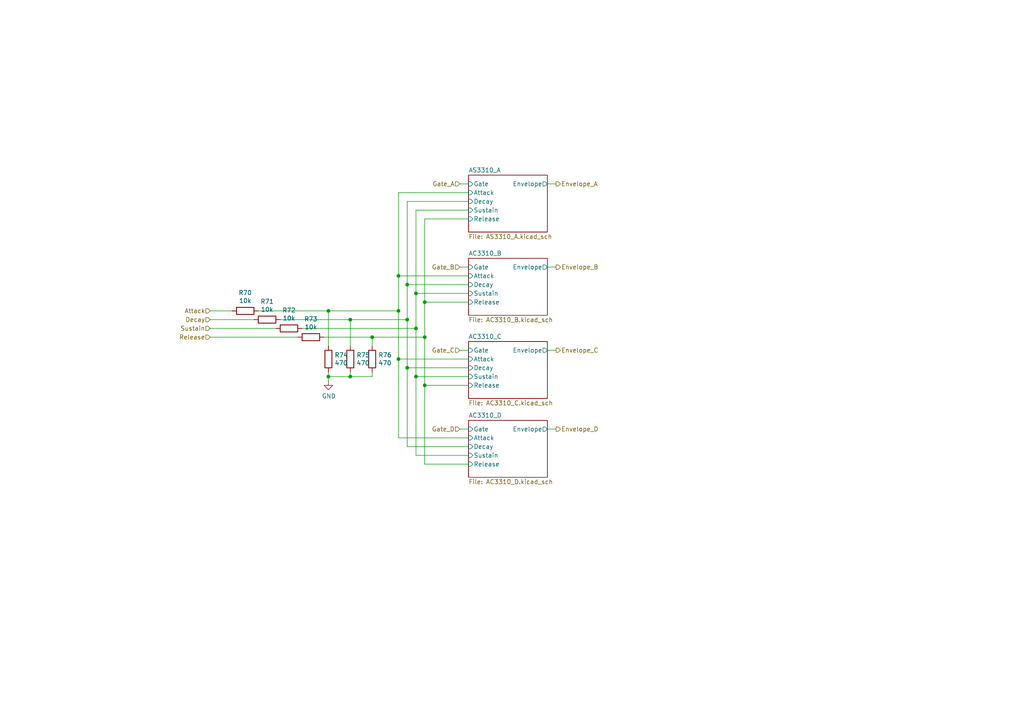
<source format=kicad_sch>
(kicad_sch (version 20211123) (generator eeschema)
  (paper "A4")
  (title_block (title "Polyphonic Envelope") (date "2022-01-02") (rev "1.0"))
  (lib_symbols
    (symbol "Device:R" (pin_numbers hide) (pin_names (offset 0))
      (property "Reference" "R" (at 2.032 0 90))
      (property "Value" "R" (at 0 0 90))
      (symbol "R_0_1"
        (rectangle (start -1.016 -2.54) (end 1.016 2.54) (stroke (width 0.254)))
      )
      (symbol "R_1_1"
        (pin passive line (at 0 3.81 270) (length 1.27) (name "~") (number "1"))
        (pin passive line (at 0 -3.81 90) (length 1.27) (name "~") (number "2"))
      )
    )
    (symbol "power:GND" (power) (pin_names (offset 0))
      (property "Value" "GND" (at 0 -3.81 0))
      (symbol "GND_0_1"
        (polyline (pts (xy 0 0) (xy 0 -1.27) (xy 1.27 -1.27) (xy 0 -2.54) (xy -1.27 -1.27) (xy 0 -1.27)))
      )
      (symbol "GND_1_1"
        (pin power_in line (at 0 0 270) (length 0) hide (name "GND") (number "1"))
      )
    )
  )
  (junction (at 118.11 92.71))
  (junction (at 118.11 106.68))
  (junction (at 101.6 109.22))
  (junction (at 120.65 95.25))
  (junction (at 95.25 109.22))
  (junction (at 118.11 82.55))
  (junction (at 115.57 90.17))
  (junction (at 123.19 111.76))
  (junction (at 120.65 109.22))
  (junction (at 115.57 104.14))
  (junction (at 101.6 92.71))
  (junction (at 107.95 97.79))
  (junction (at 123.19 97.79))
  (junction (at 123.19 87.63))
  (junction (at 120.65 85.09))
  (junction (at 95.25 90.17))
  (junction (at 115.57 80.01))
  (wire (pts (xy 135.89 104.14) (xy 115.57 104.14)))
  (wire (pts (xy 118.11 58.42) (xy 118.11 82.55)))
  (wire (pts (xy 158.75 101.6) (xy 161.29 101.6)))
  (wire (pts (xy 115.57 90.17) (xy 115.57 104.14)))
  (wire (pts (xy 135.89 87.63) (xy 123.19 87.63)))
  (wire (pts (xy 95.25 109.22) (xy 101.6 109.22)))
  (wire (pts (xy 107.95 97.79) (xy 123.19 97.79)))
  (wire (pts (xy 133.35 101.6) (xy 135.89 101.6)))
  (wire (pts (xy 115.57 127) (xy 135.89 127)))
  (wire (pts (xy 95.25 100.33) (xy 95.25 90.17)))
  (wire (pts (xy 95.25 90.17) (xy 115.57 90.17)))
  (wire (pts (xy 120.65 85.09) (xy 120.65 95.25)))
  (wire (pts (xy 101.6 109.22) (xy 107.95 109.22)))
  (wire (pts (xy 135.89 85.09) (xy 120.65 85.09)))
  (wire (pts (xy 118.11 92.71) (xy 118.11 106.68)))
  (wire (pts (xy 60.96 92.71) (xy 73.66 92.71)))
  (wire (pts (xy 135.89 58.42) (xy 118.11 58.42)))
  (wire (pts (xy 135.89 55.88) (xy 115.57 55.88)))
  (wire (pts (xy 123.19 63.5) (xy 135.89 63.5)))
  (wire (pts (xy 95.25 107.95) (xy 95.25 109.22)))
  (wire (pts (xy 133.35 77.47) (xy 135.89 77.47)))
  (wire (pts (xy 135.89 111.76) (xy 123.19 111.76)))
  (wire (pts (xy 123.19 97.79) (xy 123.19 111.76)))
  (wire (pts (xy 107.95 100.33) (xy 107.95 97.79)))
  (wire (pts (xy 95.25 109.22) (xy 95.25 110.49)))
  (wire (pts (xy 60.96 97.79) (xy 86.36 97.79)))
  (wire (pts (xy 123.19 87.63) (xy 123.19 63.5)))
  (wire (pts (xy 120.65 109.22) (xy 120.65 132.08)))
  (wire (pts (xy 60.96 95.25) (xy 80.01 95.25)))
  (wire (pts (xy 115.57 104.14) (xy 115.57 127)))
  (wire (pts (xy 135.89 134.62) (xy 123.19 134.62)))
  (wire (pts (xy 118.11 82.55) (xy 118.11 92.71)))
  (wire (pts (xy 101.6 92.71) (xy 118.11 92.71)))
  (wire (pts (xy 120.65 95.25) (xy 120.65 109.22)))
  (wire (pts (xy 158.75 77.47) (xy 161.29 77.47)))
  (wire (pts (xy 74.93 90.17) (xy 95.25 90.17)))
  (wire (pts (xy 87.63 95.25) (xy 120.65 95.25)))
  (wire (pts (xy 81.28 92.71) (xy 101.6 92.71)))
  (wire (pts (xy 118.11 106.68) (xy 118.11 129.54)))
  (wire (pts (xy 118.11 129.54) (xy 135.89 129.54)))
  (wire (pts (xy 135.89 53.34) (xy 133.35 53.34)))
  (wire (pts (xy 93.98 97.79) (xy 107.95 97.79)))
  (wire (pts (xy 133.35 124.46) (xy 135.89 124.46)))
  (wire (pts (xy 135.89 106.68) (xy 118.11 106.68)))
  (wire (pts (xy 120.65 60.96) (xy 120.65 85.09)))
  (wire (pts (xy 60.96 90.17) (xy 67.31 90.17)))
  (wire (pts (xy 123.19 87.63) (xy 123.19 97.79)))
  (wire (pts (xy 135.89 109.22) (xy 120.65 109.22)))
  (wire (pts (xy 118.11 82.55) (xy 135.89 82.55)))
  (wire (pts (xy 115.57 80.01) (xy 115.57 90.17)))
  (wire (pts (xy 101.6 100.33) (xy 101.6 92.71)))
  (wire (pts (xy 158.75 124.46) (xy 161.29 124.46)))
  (wire (pts (xy 115.57 55.88) (xy 115.57 80.01)))
  (wire (pts (xy 120.65 132.08) (xy 135.89 132.08)))
  (wire (pts (xy 135.89 80.01) (xy 115.57 80.01)))
  (wire (pts (xy 158.75 53.34) (xy 161.29 53.34)))
  (wire (pts (xy 107.95 109.22) (xy 107.95 107.95)))
  (wire (pts (xy 135.89 60.96) (xy 120.65 60.96)))
  (wire (pts (xy 101.6 109.22) (xy 101.6 107.95)))
  (wire (pts (xy 123.19 111.76) (xy 123.19 134.62)))
  (hierarchical_label "Envelope_C" (shape output) (at 161.29 101.6 0))
  (hierarchical_label "Gate_A" (shape input) (at 133.35 53.34 180))
  (hierarchical_label "Attack" (shape input) (at 60.96 90.17 180))
  (hierarchical_label "Envelope_B" (shape output) (at 161.29 77.47 0))
  (hierarchical_label "Decay" (shape input) (at 60.96 92.71 180))
  (hierarchical_label "Release" (shape input) (at 60.96 97.79 180))
  (hierarchical_label "Envelope_D" (shape output) (at 161.29 124.46 0))
  (hierarchical_label "Sustain" (shape input) (at 60.96 95.25 180))
  (hierarchical_label "Gate_D" (shape input) (at 133.35 124.46 180))
  (hierarchical_label "Gate_C" (shape input) (at 133.35 101.6 180))
  (hierarchical_label "Gate_B" (shape input) (at 133.35 77.47 180))
  (hierarchical_label "Envelope_A" (shape output) (at 161.29 53.34 0))
  (symbol (lib_id "Device:R") (at 71.12 90.17 270) (unit 1)
    (property "Reference" "R70" (at 71.12 84.9122 90))
    (property "Value" "10k" (at 71.12 87.2236 90))
    (property "Footprint" "Resistor_SMD:R_1206_3216Metric_Pad1.30x1.75mm_HandSolder" (effects hide))
  )
  (symbol (lib_id "Device:R") (at 77.47 92.71 90) (unit 1)
    (property "Reference" "R71" (at 77.47 87.4522 90))
    (property "Value" "10k" (at 77.47 89.7636 90))
    (property "Footprint" "Resistor_SMD:R_1206_3216Metric_Pad1.30x1.75mm_HandSolder" (effects hide))
  )
  (symbol (lib_id "Device:R") (at 83.82 95.25 270) (unit 1)
    (property "Reference" "R72" (at 83.82 89.9922 90))
    (property "Value" "10k" (at 83.82 92.3036 90))
    (property "Footprint" "Resistor_SMD:R_1206_3216Metric_Pad1.30x1.75mm_HandSolder" (effects hide))
  )
  (symbol (lib_id "Device:R") (at 90.17 97.79 270) (unit 1)
    (property "Reference" "R73" (at 90.17 92.5322 90))
    (property "Value" "10k" (at 90.17 94.8436 90))
    (property "Footprint" "Resistor_SMD:R_1206_3216Metric_Pad1.30x1.75mm_HandSolder" (effects hide))
  )
  (symbol (lib_id "Device:R") (at 95.25 104.14 0) (unit 1)
    (property "Reference" "R74" (at 97.028 102.9716 0) (effects (justify left)))
    (property "Value" "470" (at 97.028 105.283 0) (effects (justify left)))
    (property "Footprint" "Resistor_SMD:R_1206_3216Metric_Pad1.30x1.75mm_HandSolder" (effects hide))
  )
  (symbol (lib_id "Device:R") (at 101.6 104.14 0) (unit 1)
    (property "Reference" "R75" (at 103.378 102.9716 0) (effects (justify left)))
    (property "Value" "470" (at 103.378 105.283 0) (effects (justify left)))
    (property "Footprint" "Resistor_SMD:R_1206_3216Metric_Pad1.30x1.75mm_HandSolder" (effects hide))
  )
  (symbol (lib_id "Device:R") (at 107.95 104.14 0) (unit 1)
    (property "Reference" "R76" (at 109.728 102.9716 0) (effects (justify left)))
    (property "Value" "470" (at 109.728 105.283 0) (effects (justify left)))
    (property "Footprint" "Resistor_SMD:R_1206_3216Metric_Pad1.30x1.75mm_HandSolder" (effects hide))
  )
  (symbol (lib_id "power:GND") (at 95.25 110.49 0) (unit 1)
    (property "Reference" "#PWR074" (effects hide))
    (property "Value" "GND" (at 95.377 114.8842 0))
  )
  (sheet (at 135.89 50.8) (size 22.86 16.51)
    (property "Sheet name" "AS3310_A" (at 135.89 50.0884 0) (effects (justify left bottom)))
    (property "Sheet file" "AS3310_A.kicad_sch" (at 135.89 67.8946 0) (effects (justify left top)))
    (pin "Gate" input (at 135.89 53.34 180))
    (pin "Attack" input (at 135.89 55.88 180))
    (pin "Decay" input (at 135.89 58.42 180))
    (pin "Sustain" input (at 135.89 60.96 180))
    (pin "Release" input (at 135.89 63.5 180))
    (pin "Envelope" output (at 158.75 53.34 0))
  )
  (sheet (at 135.89 74.93) (size 22.86 16.51)
    (property "Sheet name" "AC3310_B" (at 135.89 74.2184 0) (effects (justify left bottom)))
    (property "Sheet file" "AC3310_B.kicad_sch" (at 135.89 92.0246 0) (effects (justify left top)))
    (pin "Gate" input (at 135.89 77.47 180))
    (pin "Attack" input (at 135.89 80.01 180))
    (pin "Decay" input (at 135.89 82.55 180))
    (pin "Sustain" input (at 135.89 85.09 180))
    (pin "Release" input (at 135.89 87.63 180))
    (pin "Envelope" output (at 158.75 77.47 0))
  )
  (sheet (at 135.89 99.06) (size 22.86 16.51)
    (property "Sheet name" "AC3310_C" (at 135.89 98.3484 0) (effects (justify left bottom)))
    (property "Sheet file" "AC3310_C.kicad_sch" (at 135.89 116.1546 0) (effects (justify left top)))
    (pin "Gate" input (at 135.89 101.6 180))
    (pin "Attack" input (at 135.89 104.14 180))
    (pin "Decay" input (at 135.89 106.68 180))
    (pin "Sustain" input (at 135.89 109.22 180))
    (pin "Release" input (at 135.89 111.76 180))
    (pin "Envelope" output (at 158.75 101.6 0))
  )
  (sheet (at 135.89 121.92) (size 22.86 16.51)
    (property "Sheet name" "AC3310_D" (at 135.89 121.2084 0) (effects (justify left bottom)))
    (property "Sheet file" "AC3310_D.kicad_sch" (at 135.89 139.0146 0) (effects (justify left top)))
    (pin "Gate" input (at 135.89 124.46 180))
    (pin "Attack" input (at 135.89 127 180))
    (pin "Decay" input (at 135.89 129.54 180))
    (pin "Sustain" input (at 135.89 132.08 180))
    (pin "Release" input (at 135.89 134.62 180))
    (pin "Envelope" output (at 158.75 124.46 0))
  )
)
</source>
